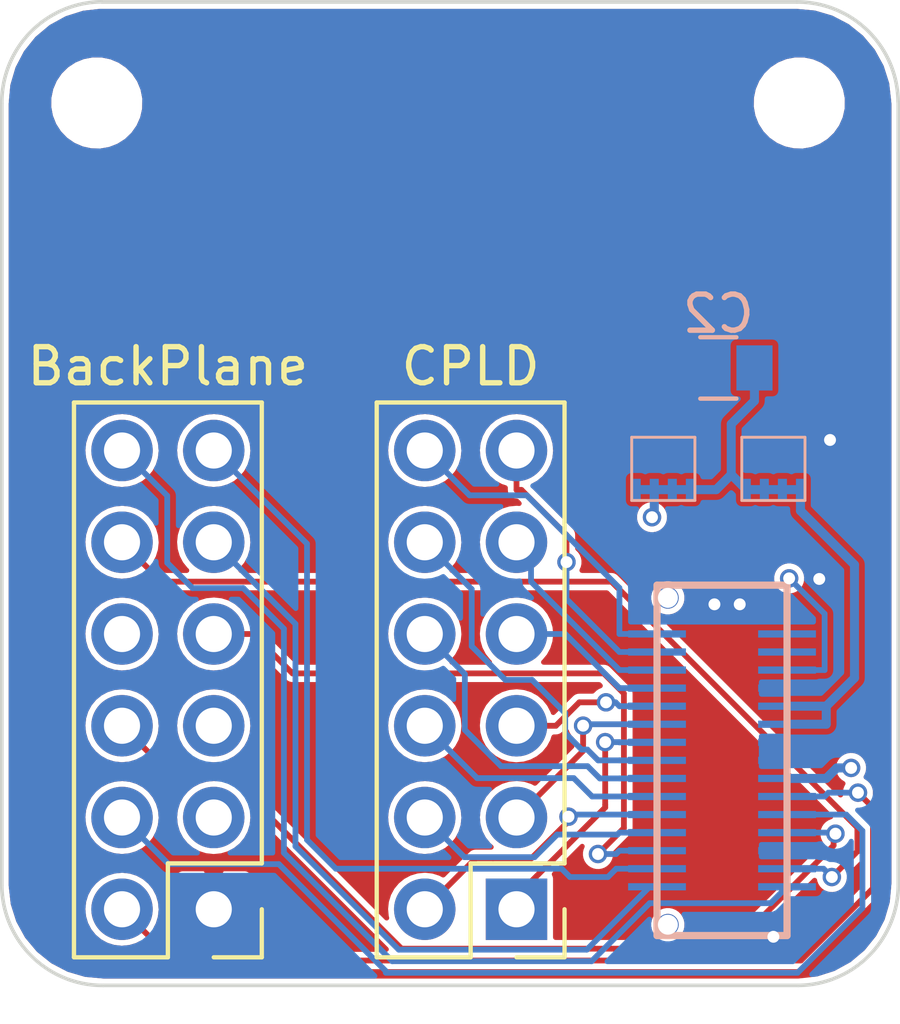
<source format=kicad_pcb>
(kicad_pcb (version 4) (host pcbnew 4.0.4-stable)
  (title_block (title "Compute PCB Template") (date 2017-06-17) (rev 1) (company "Manuvr, Inc"))
  (layers (0 F.Cu signal) (1 Inner1.Cu signal hide) (2 Inner2.Cu signal hide) (31 B.Cu signal hide) (34 B.Paste user) (35 F.Paste user) (36 B.SilkS user) (37 F.SilkS user) (38 B.Mask user) (39 F.Mask user) (44 Edge.Cuts user))
  (net 0 "")
  (net 1 /VCCUSB)
  (net 2 GND)
  (net 3 /VCC0)
  (net 4 /USB_D-)
  (net 5 /USB_D+)
  (net 6 /SPI2_MOSI)
  (net 7 /I2C_SCL)
  (net 8 /SPI2_CS)
  (net 9 /I2C_SDA)
  (net 10 /SPI2_CLK)
  (net 11 /~CPLD_RESET)
  (net 12 /IRQ_WAKEUP)
  (net 13 /SPI1_MISO)
  (net 14 /SPI1_MOSI)
  (net 15 /SPI1_CLK)
  (net 16 /CPLD_OE)
  (net 17 /CPLD_EXT_CLK)
  (net 18 /~REQ)
  (net 19 /ALERT)
  (net 20 /~LED_INT)
  (net 21 /~SHUTDOWN)
  (net 22 /~LED_RESET)
  (net 23 /ISEL)
  (net 24 /SPI1_CS)
  (module Mounting_Holes:MountingHole_2.2mm_M2_DIN965 (layer F.Cu) (at 40.55 22.77)
    (fp_text reference mh1 hide)
    (fp_text value MountingHole_2.2mm_M2_DIN965 hide)
    (pad "" np_thru_hole circle (at 0 0) (size 2.2 2.2) (drill 2.2) (layers *.Cu *.Mask))
  )
  (module r2Parts:CapArray_CKCL44 (layer B.Cu) (at 36.784 32.9 180)
    (fp_text reference CARY1 hide)
    (fp_text value 100nF hide)
    (fp_line (start -0.875 0.875) (end -0.875 -0.875) (layer B.SilkS) (width 0.08))
    (fp_line (start -0.875 0.875) (end 0.875 0.875) (layer B.SilkS) (width 0.08))
    (fp_line (start 0.875 -0.875) (end -0.875 -0.875) (layer B.SilkS) (width 0.08))
    (fp_line (start 0.875 0.875) (end 0.875 -0.875) (layer B.SilkS) (width 0.08))
    (pad 1 smd rect (at -0.75 -0.575 180) (size 0.25 0.6) (layers B.Cu B.Paste B.Mask) (net 3 /VCC0))
    (pad 2 smd rect (at -0.75 0.575 180) (size 0.25 0.6) (layers B.Cu B.Paste B.Mask) (net 2 GND))
    (pad 3 smd rect (at -0.25 -0.575 180) (size 0.25 0.6) (layers B.Cu B.Paste B.Mask) (net 3 /VCC0))
    (pad 4 smd rect (at -0.25 0.575 180) (size 0.25 0.6) (layers B.Cu B.Paste B.Mask) (net 2 GND))
    (pad 5 smd rect (at 0.25 -0.575 180) (size 0.25 0.6) (layers B.Cu B.Paste B.Mask) (net 3 /VCC0))
    (pad 6 smd rect (at 0.25 0.575 180) (size 0.25 0.6) (layers B.Cu B.Paste B.Mask) (net 2 GND))
    (pad 7 smd rect (at 0.75 -0.575 180) (size 0.25 0.6) (layers B.Cu B.Paste B.Mask) (net 3 /VCC0))
    (pad 8 smd rect (at 0.75 0.575 180) (size 0.25 0.6) (layers B.Cu B.Paste B.Mask) (net 2 GND))
  )
  (module r2Parts:CapArray_CKCL44 (layer B.Cu) (at 39.832 32.9 180)
    (fp_text reference CARY2 hide)
    (fp_text value 100nF hide)
    (fp_line (start -0.875 0.875) (end -0.875 -0.875) (layer B.SilkS) (width 0.08))
    (fp_line (start -0.875 0.875) (end 0.875 0.875) (layer B.SilkS) (width 0.08))
    (fp_line (start 0.875 -0.875) (end -0.875 -0.875) (layer B.SilkS) (width 0.08))
    (fp_line (start 0.875 0.875) (end 0.875 -0.875) (layer B.SilkS) (width 0.08))
    (pad 1 smd rect (at -0.75 -0.575 180) (size 0.25 0.6) (layers B.Cu B.Paste B.Mask) (net 3 /VCC0))
    (pad 2 smd rect (at -0.75 0.575 180) (size 0.25 0.6) (layers B.Cu B.Paste B.Mask) (net 2 GND))
    (pad 3 smd rect (at -0.25 -0.575 180) (size 0.25 0.6) (layers B.Cu B.Paste B.Mask) (net 3 /VCC0))
    (pad 4 smd rect (at -0.25 0.575 180) (size 0.25 0.6) (layers B.Cu B.Paste B.Mask) (net 2 GND))
    (pad 5 smd rect (at 0.25 -0.575 180) (size 0.25 0.6) (layers B.Cu B.Paste B.Mask) (net 3 /VCC0))
    (pad 6 smd rect (at 0.25 0.575 180) (size 0.25 0.6) (layers B.Cu B.Paste B.Mask) (net 2 GND))
    (pad 7 smd rect (at 0.75 -0.575 180) (size 0.25 0.6) (layers B.Cu B.Paste B.Mask) (net 3 /VCC0))
    (pad 8 smd rect (at 0.75 0.575 180) (size 0.25 0.6) (layers B.Cu B.Paste B.Mask) (net 2 GND))
  )
  (module Mounting_Holes:MountingHole_2.2mm_M2_DIN965 (layer F.Cu) (at 21.1 22.77)
    (fp_text reference mh0 hide)
    (fp_text value MountingHole_2.2mm_M2_DIN965 hide)
    (pad "" np_thru_hole circle (at 0 0) (size 2.2 2.2) (drill 2.2) (layers *.Cu *.Mask))
  )
  (module manuvr_logo:ManuvrLogo (layer F.Cu) (at 35.05 23.5 125)
    (fp_text reference P4 hide)
    (fp_text value CONN_01X01 hide)
    (fp_poly (pts (xy 2.51714 1.10998) (xy 2.51714 1.26492) (xy 2.5019 1.41986) (xy 2.47396 1.57226) (xy 2.43332 1.72212) (xy 2.38252 1.86436) (xy 2.3241 1.99136) (xy 2.25298 2.11582) (xy 2.17678 2.23266) (xy 2.08788 2.34442) (xy 2.00914 2.42824) (xy 1.94564 2.4892) (xy 1.94564 1.13792) (xy 1.93802 1.01854) (xy 1.92278 0.9271) (xy 1.88722 0.79756) (xy 1.8415 0.67818) (xy 1.78562 0.56134) (xy 1.71704 0.45466) (xy 1.6383 0.35306) (xy 1.5494 0.26416) (xy 1.45034 0.18034) (xy 1.34366 0.10922) (xy 1.22936 0.0508) (xy 1.10998 0.00254) (xy 1.10236 0) (xy 1.04394 -0.01778) (xy 0.99568 -0.03048) (xy 0.94742 -0.04318) (xy 0.9017 -0.04826) (xy 0.85344 -0.05334) (xy 0.8001 -0.05588) (xy 0.7366 -0.05842) (xy 0.70866 -0.05842) (xy 0.64008 -0.05842) (xy 0.58166 -0.05588) (xy 0.53086 -0.0508) (xy 0.48514 -0.04572) (xy 0.43942 -0.03556) (xy 0.39116 -0.02286) (xy 0.33782 -0.00508) (xy 0.31496 0) (xy 0.19304 0.04826) (xy 0.0762 0.10668) (xy -0.02794 0.1778) (xy -0.12446 0.25654) (xy -0.21336 0.34798) (xy -0.29464 0.44704) (xy -0.36322 0.55372) (xy -0.4191 0.66802) (xy -0.46736 0.7874) (xy -0.50038 0.9144) (xy -0.5207 1.03886) (xy -0.52578 1.09474) (xy -0.52832 1.16078) (xy -0.52578 1.2319) (xy -0.5207 1.30048) (xy -0.51308 1.36398) (xy -0.508 1.40462) (xy -0.47498 1.53416) (xy -0.42926 1.65608) (xy -0.37338 1.77292) (xy -0.3048 1.88214) (xy -0.22606 1.9812) (xy -0.13716 2.07518) (xy -0.04064 2.15646) (xy 0.0635 2.23012) (xy 0.1778 2.29108) (xy 0.29972 2.34188) (xy 0.32004 2.34696) (xy 0.4445 2.38252) (xy 0.5715 2.40284) (xy 0.70104 2.41046) (xy 0.83312 2.40284) (xy 0.9271 2.39014) (xy 1.05156 2.3622) (xy 1.17348 2.32156) (xy 1.28778 2.26568) (xy 1.397 2.20218) (xy 1.4986 2.12598) (xy 1.59258 2.03962) (xy 1.6764 1.9431) (xy 1.75006 1.83896) (xy 1.8161 1.7272) (xy 1.8669 1.6129) (xy 1.90246 1.50114) (xy 1.92786 1.3843) (xy 1.9431 1.26238) (xy 1.94564 1.13792) (xy 1.94564 2.4892) (xy 1.8923 2.54) (xy 1.76784 2.63906) (xy 1.63576 2.72542) (xy 1.49606 2.80162) (xy 1.34874 2.86512) (xy 1.19634 2.91592) (xy 1.18364 2.91846) (xy 1.08712 2.94132) (xy 0.98552 2.9591) (xy 0.87884 2.9718) (xy 0.7747 2.97942) (xy 0.6731 2.98196) (xy 0.58928 2.97942) (xy 0.42418 2.9591) (xy 0.26416 2.92608) (xy 0.11176 2.88036) (xy -0.03302 2.82194) (xy -0.17526 2.75082) (xy -0.30734 2.667) (xy -0.43688 2.57302) (xy -0.45466 2.55778) (xy -0.5715 2.4511) (xy -0.67818 2.33426) (xy -0.77216 2.2098) (xy -0.85598 2.07772) (xy -0.92964 1.93802) (xy -0.9906 1.79324) (xy -1.03632 1.64338) (xy -1.07188 1.49098) (xy -1.0922 1.33604) (xy -1.09728 1.24206) (xy -1.09982 1.14046) (xy -1.09474 1.03378) (xy -1.08458 0.93218) (xy -1.06934 0.83566) (xy -1.05918 0.7874) (xy -1.01854 0.63246) (xy -0.9652 0.48514) (xy -0.9017 0.34544) (xy -0.8255 0.21082) (xy -0.7366 0.08382) (xy -0.64008 -0.03048) (xy -0.5334 -0.14224) (xy -0.4191 -0.2413) (xy -0.29464 -0.33274) (xy -0.1651 -0.41148) (xy -0.02794 -0.48006) (xy 0.1143 -0.53594) (xy 0.26416 -0.58166) (xy 0.35052 -0.60198) (xy 0.42672 -0.61468) (xy 0.49276 -0.62484) (xy 0.5588 -0.62992) (xy 0.62738 -0.635) (xy 0.70358 -0.635) (xy 0.7112 -0.635) (xy 0.86614 -0.62992) (xy 1.016 -0.61214) (xy 1.16078 -0.57912) (xy 1.30556 -0.53594) (xy 1.4478 -0.48006) (xy 1.53416 -0.43688) (xy 1.67132 -0.36068) (xy 1.79832 -0.27178) (xy 1.9177 -0.17272) (xy 2.02946 -0.06604) (xy 2.12852 0.0508) (xy 2.21996 0.17526) (xy 2.2987 0.30734) (xy 2.36728 0.4445) (xy 2.42316 0.58928) (xy 2.46634 0.7366) (xy 2.49936 0.889) (xy 2.50698 0.95504) (xy 2.51714 1.10998) (xy 2.51714 1.10998)) (layer F.Cu) (width 0.00254))
    (fp_poly (pts (xy -1.45288 0.77978) (xy -1.46304 0.83566) (xy -1.47574 0.92456) (xy -1.48336 1.02362) (xy -1.4859 1.12776) (xy -1.4859 1.2319) (xy -1.48082 1.33604) (xy -1.4732 1.43256) (xy -1.46558 1.48336) (xy -1.4605 1.51892) (xy -1.45796 1.5494) (xy -1.45542 1.56972) (xy -1.45288 1.58242) (xy -1.45288 1.58242) (xy -1.45796 1.57988) (xy -1.4732 1.56464) (xy -1.49606 1.54178) (xy -1.52908 1.5113) (xy -1.56972 1.47066) (xy -1.61544 1.42494) (xy -1.66878 1.3716) (xy -1.7272 1.31318) (xy -1.79324 1.24714) (xy -1.86436 1.17856) (xy -1.93802 1.10236) (xy -2.01676 1.02616) (xy -2.09804 0.94234) (xy -2.18186 0.85852) (xy -2.19456 0.84582) (xy -2.29362 0.74676) (xy -2.38506 0.65532) (xy -2.46634 0.57404) (xy -2.54 0.50038) (xy -2.60604 0.43434) (xy -2.66446 0.37592) (xy -2.71526 0.32512) (xy -2.75844 0.2794) (xy -2.79654 0.2413) (xy -2.82956 0.20574) (xy -2.8575 0.1778) (xy -2.88036 0.15494) (xy -2.89814 0.13462) (xy -2.91338 0.11684) (xy -2.92354 0.10414) (xy -2.9337 0.09144) (xy -2.94132 0.08382) (xy -2.9464 0.0762) (xy -2.94894 0.06858) (xy -2.95148 0.0635) (xy -2.96164 0.0381) (xy -2.96926 0.01778) (xy -2.9718 -0.00254) (xy -2.9718 -0.03302) (xy -2.9718 -0.04826) (xy -2.96926 -0.1016) (xy -2.9591 -0.14732) (xy -2.94132 -0.18796) (xy -2.91338 -0.22606) (xy -2.90068 -0.23876) (xy -2.86004 -0.27686) (xy -2.8194 -0.3048) (xy -2.77368 -0.32258) (xy -2.76098 -0.32766) (xy -2.69748 -0.33528) (xy -2.63652 -0.33274) (xy -2.5781 -0.31242) (xy -2.54762 -0.29972) (xy -2.53746 -0.2921) (xy -2.52222 -0.27686) (xy -2.49682 -0.25654) (xy -2.46634 -0.22606) (xy -2.42824 -0.1905) (xy -2.37998 -0.14478) (xy -2.3241 -0.0889) (xy -2.2606 -0.0254) (xy -2.18694 0.04318) (xy -2.10566 0.12446) (xy -2.01422 0.2159) (xy -1.98374 0.24892) (xy -1.45288 0.77978) (xy -1.45288 0.77978)) (layer F.Cu) (width 0.00254))
    (fp_poly (pts (xy -0.53594 -0.63754) (xy -0.58928 -0.59944) (xy -0.69342 -0.51816) (xy -0.79502 -0.42672) (xy -0.89662 -0.32766) (xy -0.9906 -0.21844) (xy -1.05918 -0.12954) (xy -1.10744 -0.06858) (xy -1.1049 -1.42494) (xy -1.10236 -2.7813) (xy -1.0795 -2.82956) (xy -1.04648 -2.8829) (xy -1.0033 -2.92862) (xy -0.94996 -2.96418) (xy -0.9398 -2.9718) (xy -0.9144 -2.98196) (xy -0.89662 -2.98958) (xy -0.8763 -2.99212) (xy -0.8509 -2.99466) (xy -0.82042 -2.99466) (xy -0.7874 -2.99466) (xy -0.76454 -2.99212) (xy -0.74422 -2.98704) (xy -0.7239 -2.98196) (xy -0.70104 -2.96926) (xy -0.69596 -2.96672) (xy -0.64008 -2.9337) (xy -0.5969 -2.88798) (xy -0.56134 -2.83464) (xy -0.5588 -2.82956) (xy -0.53848 -2.78892) (xy -0.53594 -1.7145) (xy -0.53594 -0.63754) (xy -0.53594 -0.63754)) (layer F.Cu) (width 0.00254))
    (fp_poly (pts (xy 2.50952 -1.4351) (xy 2.50952 -1.27762) (xy 2.50952 -1.18364) (xy 2.50698 -0.09398) (xy 2.4765 -0.13462) (xy 2.40284 -0.2286) (xy 2.31902 -0.32258) (xy 2.22758 -0.41402) (xy 2.1336 -0.50038) (xy 2.03962 -0.57658) (xy 1.96596 -0.63246) (xy 1.93294 -0.65532) (xy 1.93294 -1.47066) (xy 1.93294 -1.6002) (xy 1.93294 -1.7145) (xy 1.93294 -1.8161) (xy 1.93294 -1.90754) (xy 1.93294 -1.98628) (xy 1.93294 -2.05486) (xy 1.93294 -2.11582) (xy 1.93548 -2.16662) (xy 1.93548 -2.2098) (xy 1.93548 -2.2479) (xy 1.93802 -2.27838) (xy 1.94056 -2.30378) (xy 1.9431 -2.3241) (xy 1.94564 -2.34188) (xy 1.94818 -2.35458) (xy 1.95326 -2.36728) (xy 1.9558 -2.37744) (xy 1.96088 -2.3876) (xy 1.9685 -2.39776) (xy 1.97358 -2.40538) (xy 2.00406 -2.45364) (xy 2.04724 -2.49174) (xy 2.09804 -2.52222) (xy 2.15392 -2.54254) (xy 2.2098 -2.55016) (xy 2.26314 -2.54762) (xy 2.32664 -2.52984) (xy 2.37998 -2.49936) (xy 2.42824 -2.46126) (xy 2.46634 -2.413) (xy 2.49174 -2.35712) (xy 2.50444 -2.31394) (xy 2.50444 -2.30124) (xy 2.50444 -2.2733) (xy 2.50698 -2.23266) (xy 2.50698 -2.17932) (xy 2.50698 -2.11074) (xy 2.50952 -2.02946) (xy 2.50952 -1.93548) (xy 2.50952 -1.8288) (xy 2.50952 -1.70942) (xy 2.50952 -1.57734) (xy 2.50952 -1.4351) (xy 2.50952 -1.4351)) (layer F.Cu) (width 0.00254))
    (fp_poly (pts (xy 1.5494 -1.41986) (xy 1.5494 -1.3208) (xy 1.5494 -1.2319) (xy 1.5494 -1.14808) (xy 1.5494 -1.07442) (xy 1.5494 -1.01092) (xy 1.54686 -0.95758) (xy 1.54686 -0.9144) (xy 1.54686 -0.88392) (xy 1.54686 -0.86614) (xy 1.54686 -0.86106) (xy 1.5367 -0.8636) (xy 1.52908 -0.86614) (xy 1.51892 -0.87122) (xy 1.4986 -0.87884) (xy 1.46812 -0.889) (xy 1.4351 -0.9017) (xy 1.42494 -0.90424) (xy 1.33858 -0.93218) (xy 1.24714 -0.95758) (xy 1.15316 -0.98044) (xy 1.0668 -0.99568) (xy 1.05156 -0.99822) (xy 0.97282 -1.01092) (xy 0.97536 -1.93802) (xy 0.97536 -2.86766) (xy 0.99314 -2.90576) (xy 1.02362 -2.96418) (xy 1.06172 -3.01244) (xy 1.10998 -3.048) (xy 1.16586 -3.0734) (xy 1.22682 -3.08864) (xy 1.26238 -3.09118) (xy 1.32588 -3.08356) (xy 1.3843 -3.06324) (xy 1.4351 -3.03276) (xy 1.48082 -2.99212) (xy 1.51638 -2.93878) (xy 1.53162 -2.9083) (xy 1.54686 -2.86766) (xy 1.5494 -1.86436) (xy 1.5494 -1.74498) (xy 1.5494 -1.63068) (xy 1.5494 -1.52146) (xy 1.5494 -1.41986) (xy 1.5494 -1.41986)) (layer F.Cu) (width 0.00254))
    (fp_poly (pts (xy 0.56388 -1.02362) (xy 0.52324 -1.01854) (xy 0.4064 -1.0033) (xy 0.29972 -0.98552) (xy 0.20066 -0.9652) (xy 0.10414 -0.9398) (xy 0.1016 -0.9398) (xy 0.06604 -0.92964) (xy 0.0381 -0.91948) (xy 0.0127 -0.9144) (xy 0 -0.91186) (xy -0.0127 -0.90678) (xy -0.0127 -1.99136) (xy -0.0127 -2.15138) (xy -0.0127 -2.2987) (xy -0.0127 -2.43586) (xy -0.0127 -2.56032) (xy -0.0127 -2.67462) (xy -0.01016 -2.77368) (xy -0.01016 -2.86258) (xy -0.01016 -2.93878) (xy -0.01016 -2.99974) (xy -0.00762 -3.048) (xy -0.00762 -3.08356) (xy -0.00762 -3.10388) (xy -0.00508 -3.1115) (xy 0.01016 -3.16992) (xy 0.0381 -3.22072) (xy 0.0762 -3.26644) (xy 0.12192 -3.302) (xy 0.17526 -3.32994) (xy 0.23114 -3.34518) (xy 0.28956 -3.34772) (xy 0.32258 -3.34264) (xy 0.38354 -3.32486) (xy 0.43942 -3.29438) (xy 0.48514 -3.25374) (xy 0.52324 -3.20294) (xy 0.53848 -3.175) (xy 0.5588 -3.12674) (xy 0.56134 -2.07518) (xy 0.56388 -1.02362) (xy 0.56388 -1.02362)) (layer F.Cu) (width 0.00254))
    (fp_poly (pts (xy 1.54432 1.17094) (xy 1.5367 1.27762) (xy 1.51892 1.38176) (xy 1.4859 1.47828) (xy 1.44272 1.57226) (xy 1.38938 1.65608) (xy 1.32588 1.73482) (xy 1.25222 1.80594) (xy 1.17348 1.8669) (xy 1.08458 1.9177) (xy 0.9906 1.95834) (xy 0.889 1.98628) (xy 0.78232 2.00152) (xy 0.73914 2.00406) (xy 0.70612 2.0066) (xy 0.6731 2.0066) (xy 0.6477 2.0066) (xy 0.63754 2.00406) (xy 0.52832 1.98628) (xy 0.42672 1.9558) (xy 0.3302 1.91516) (xy 0.2413 1.86436) (xy 0.16002 1.80086) (xy 0.0889 1.73228) (xy 0.0254 1.65354) (xy -0.0254 1.56718) (xy -0.06858 1.47574) (xy -0.09906 1.37668) (xy -0.11938 1.27508) (xy -0.12446 1.1684) (xy -0.12446 1.12776) (xy -0.11176 1.02108) (xy -0.08636 0.91948) (xy -0.04826 0.82042) (xy 0 0.72898) (xy 0.05842 0.64516) (xy 0.12954 0.56896) (xy 0.21082 0.50292) (xy 0.29718 0.4445) (xy 0.39624 0.39878) (xy 0.45212 0.37592) (xy 0.51054 0.36068) (xy 0.56388 0.34798) (xy 0.61976 0.34036) (xy 0.68072 0.33782) (xy 0.74676 0.34036) (xy 0.8255 0.34544) (xy 0.89916 0.35814) (xy 0.96774 0.37592) (xy 1.03632 0.40386) (xy 1.06172 0.41402) (xy 1.15824 0.46736) (xy 1.2446 0.53086) (xy 1.3208 0.60452) (xy 1.38684 0.68326) (xy 1.44272 0.77216) (xy 1.48844 0.86614) (xy 1.51892 0.9652) (xy 1.53924 1.06934) (xy 1.54432 1.17094) (xy 1.54432 1.17094)) (layer F.Cu) (width 0.00254))
  )
  (module "r2Parts:DF12(4.0)-30DS-0.5V(86)" (layer B.Cu) (at 38.41 40.97)
    (fp_text reference P1 hide)
    (fp_text value HiRose-02X15 hide)
    (fp_line (start -1.8 4.85) (end 1.8 4.85) (layer B.SilkS) (width 0.2))
    (fp_line (start 1.8 -4.85) (end 1.8 4.85) (layer B.SilkS) (width 0.2))
    (fp_line (start 1.8 -4.85) (end -1.8 -4.85) (layer B.SilkS) (width 0.2))
    (fp_line (start -1.8 4.85) (end -1.8 -4.85) (layer B.SilkS) (width 0.2))
    (pad "" np_thru_hole circle (at -1.5 -4.5) (size 0.6 0.6) (drill 0.55) (layers *.Cu))
    (pad "" np_thru_hole circle (at -1.5 4.55) (size 0.6 0.6) (drill 0.55) (layers *.Cu))
    (pad N0 smd rect (at 0 5.2) (size 1.8 0.8) (layers B.Cu B.Paste B.Mask) (net 2 GND))
    (pad N1 smd rect (at 0 -5.25) (size 1.8 0.8) (layers B.Cu B.Paste B.Mask) (net 2 GND))
    (pad 1 smd rect (at -1.8 3.5) (size 1.6 0.2) (layers B.Cu B.Paste B.Mask) (net 19 /ALERT))
    (pad 2 smd rect (at -1.8 3) (size 1.6 0.2) (layers B.Cu B.Paste B.Mask) (net 22 /~LED_RESET))
    (pad 3 smd rect (at -1.8 2.5) (size 1.6 0.2) (layers B.Cu B.Paste B.Mask) (net 20 /~LED_INT))
    (pad 4 smd rect (at -1.8 2) (size 1.6 0.2) (layers B.Cu B.Paste B.Mask) (net 18 /~REQ))
    (pad 5 smd rect (at -1.8 1.5) (size 1.6 0.2) (layers B.Cu B.Paste B.Mask) (net 24 /SPI1_CS))
    (pad 6 smd rect (at -1.8 1) (size 1.6 0.2) (layers B.Cu B.Paste B.Mask) (net 17 /CPLD_EXT_CLK))
    (pad 7 smd rect (at -1.8 0.5) (size 1.6 0.2) (layers B.Cu B.Paste B.Mask) (net 16 /CPLD_OE))
    (pad 8 smd rect (at -1.8 0) (size 1.6 0.2) (layers B.Cu B.Paste B.Mask) (net 11 /~CPLD_RESET))
    (pad 9 smd rect (at -1.8 -0.5) (size 1.6 0.2) (layers B.Cu B.Paste B.Mask) (net 10 /SPI2_CLK))
    (pad 10 smd rect (at -1.8 -1) (size 1.6 0.2) (layers B.Cu B.Paste B.Mask) (net 8 /SPI2_CS))
    (pad 11 smd rect (at -1.8 -1.5) (size 1.6 0.2) (layers B.Cu B.Paste B.Mask) (net 6 /SPI2_MOSI))
    (pad 12 smd rect (at -1.8 -2) (size 1.6 0.2) (layers B.Cu B.Paste B.Mask) (net 15 /SPI1_CLK))
    (pad 13 smd rect (at -1.8 -2.5) (size 1.6 0.2) (layers B.Cu B.Paste B.Mask) (net 14 /SPI1_MOSI))
    (pad 14 smd rect (at -1.8 -3) (size 1.6 0.2) (layers B.Cu B.Paste B.Mask) (net 13 /SPI1_MISO))
    (pad 15 smd rect (at -1.8 -3.5) (size 1.6 0.2) (layers B.Cu B.Paste B.Mask) (net 12 /IRQ_WAKEUP))
    (pad 16 smd rect (at 1.8 -3.5 180) (size 1.6 0.2) (layers B.Cu B.Paste B.Mask))
    (pad 17 smd rect (at 1.8 -3 180) (size 1.6 0.2) (layers B.Cu B.Paste B.Mask))
    (pad 18 smd rect (at 1.8 -2.5 180) (size 1.6 0.2) (layers B.Cu B.Paste B.Mask) (net 21 /~SHUTDOWN))
    (pad 19 smd rect (at 1.8 -2 180) (size 1.6 0.2) (layers B.Cu B.Paste B.Mask) (net 2 GND))
    (pad 20 smd rect (at 1.8 -1.5 180) (size 1.6 0.2) (layers B.Cu B.Paste B.Mask) (net 3 /VCC0))
    (pad 21 smd rect (at 1.8 -1) (size 1.6 0.2) (layers B.Cu B.Paste B.Mask) (net 3 /VCC0))
    (pad 22 smd rect (at 1.8 -0.5) (size 1.6 0.2) (layers B.Cu B.Paste B.Mask) (net 2 GND))
    (pad 23 smd rect (at 1.8 0) (size 1.6 0.2) (layers B.Cu B.Paste B.Mask) (net 2 GND))
    (pad 24 smd rect (at 1.8 0.5) (size 1.6 0.2) (layers B.Cu B.Paste B.Mask) (net 1 /VCCUSB))
    (pad 25 smd rect (at 1.8 1) (size 1.6 0.2) (layers B.Cu B.Paste B.Mask) (net 23 /ISEL))
    (pad 26 smd rect (at 1.8 1.5) (size 1.6 0.2) (layers B.Cu B.Paste B.Mask) (net 9 /I2C_SDA))
    (pad 27 smd rect (at 1.8 2) (size 1.6 0.2) (layers B.Cu B.Paste B.Mask) (net 7 /I2C_SCL))
    (pad 28 smd rect (at 1.8 2.5) (size 1.6 0.2) (layers B.Cu B.Paste B.Mask) (net 2 GND))
    (pad 29 smd rect (at 1.8 3) (size 1.6 0.2) (layers B.Cu B.Paste B.Mask) (net 5 /USB_D+))
    (pad 30 smd rect (at 1.8 3.5) (size 1.6 0.2) (layers B.Cu B.Paste B.Mask) (net 4 /USB_D-))
  )
  (module Capacitors_SMD:C_0805 (layer B.Cu) (at 38.308 30.106 180)
    (fp_text reference C2 (at 0 1.5 180) (layer B.SilkS) (effects (justify mirror)))
    (fp_text value IANS_CAP_POLARIZED hide)
    (fp_line (start 0.5 0.85) (end -0.5 0.85) (layer B.SilkS) (width 0.12))
    (fp_line (start -0.5 -0.85) (end 0.5 -0.85) (layer B.SilkS) (width 0.12))
    (pad 1 smd rect (at -1 0 180) (size 1 1.25) (layers B.Cu B.Paste B.Mask) (net 3 /VCC0))
    (pad 2 smd rect (at 1 0 180) (size 1 1.25) (layers B.Cu B.Paste B.Mask) (net 2 GND))
  )
  (module Pin_Headers:Pin_Header_Straight_2x06_Pitch2.54mm (layer F.Cu) (at 32.72 45.092 180)
    (fp_text reference P2 hide)
    (fp_text value CPLD (at 1.27 15.03 180) (layer F.SilkS))
    (fp_line (start -1.33 1.27) (end -1.33 14.03) (layer F.SilkS) (width 0.12))
    (fp_line (start -1.33 14.03) (end 3.87 14.03) (layer F.SilkS) (width 0.12))
    (fp_line (start 3.87 14.03) (end 3.87 -1.33) (layer F.SilkS) (width 0.12))
    (fp_line (start 3.87 -1.33) (end 1.27 -1.33) (layer F.SilkS) (width 0.12))
    (fp_line (start 1.27 -1.33) (end 1.27 1.27) (layer F.SilkS) (width 0.12))
    (fp_line (start 1.27 1.27) (end -1.33 1.27) (layer F.SilkS) (width 0.12))
    (fp_line (start -1.33 0) (end -1.33 -1.33) (layer F.SilkS) (width 0.12))
    (fp_line (start -1.33 -1.33) (end 0 -1.33) (layer F.SilkS) (width 0.12))
    (pad 1 thru_hole rect (at 0 0 180) (size 1.7 1.7) (drill 1) (layers *.Cu *.Mask) (net 10 /SPI2_CLK))
    (pad 2 thru_hole oval (at 2.54 0 180) (size 1.7 1.7) (drill 1) (layers *.Cu *.Mask) (net 24 /SPI1_CS))
    (pad 3 thru_hole oval (at 0 2.54 180) (size 1.7 1.7) (drill 1) (layers *.Cu *.Mask) (net 8 /SPI2_CS))
    (pad 4 thru_hole oval (at 2.54 2.54 180) (size 1.7 1.7) (drill 1) (layers *.Cu *.Mask) (net 18 /~REQ))
    (pad 5 thru_hole oval (at 0 5.08 180) (size 1.7 1.7) (drill 1) (layers *.Cu *.Mask) (net 6 /SPI2_MOSI))
    (pad 6 thru_hole oval (at 2.54 5.08 180) (size 1.7 1.7) (drill 1) (layers *.Cu *.Mask) (net 17 /CPLD_EXT_CLK))
    (pad 7 thru_hole oval (at 0 7.62 180) (size 1.7 1.7) (drill 1) (layers *.Cu *.Mask) (net 15 /SPI1_CLK))
    (pad 8 thru_hole oval (at 2.54 7.62 180) (size 1.7 1.7) (drill 1) (layers *.Cu *.Mask) (net 16 /CPLD_OE))
    (pad 9 thru_hole oval (at 0 10.16 180) (size 1.7 1.7) (drill 1) (layers *.Cu *.Mask) (net 14 /SPI1_MOSI))
    (pad 10 thru_hole oval (at 2.54 10.16 180) (size 1.7 1.7) (drill 1) (layers *.Cu *.Mask) (net 11 /~CPLD_RESET))
    (pad 11 thru_hole oval (at 0 12.7 180) (size 1.7 1.7) (drill 1) (layers *.Cu *.Mask) (net 13 /SPI1_MISO))
    (pad 12 thru_hole oval (at 2.54 12.7 180) (size 1.7 1.7) (drill 1) (layers *.Cu *.Mask) (net 12 /IRQ_WAKEUP))
  )
  (module Pin_Headers:Pin_Header_Straight_2x06_Pitch2.54mm (layer F.Cu) (at 24.338 45.092 180)
    (fp_text reference P3 hide)
    (fp_text value BackPlane (at 1.27 15.03 180) (layer F.SilkS))
    (fp_line (start -1.33 1.27) (end -1.33 14.03) (layer F.SilkS) (width 0.12))
    (fp_line (start -1.33 14.03) (end 3.87 14.03) (layer F.SilkS) (width 0.12))
    (fp_line (start 3.87 14.03) (end 3.87 -1.33) (layer F.SilkS) (width 0.12))
    (fp_line (start 3.87 -1.33) (end 1.27 -1.33) (layer F.SilkS) (width 0.12))
    (fp_line (start 1.27 -1.33) (end 1.27 1.27) (layer F.SilkS) (width 0.12))
    (fp_line (start 1.27 1.27) (end -1.33 1.27) (layer F.SilkS) (width 0.12))
    (fp_line (start -1.33 0) (end -1.33 -1.33) (layer F.SilkS) (width 0.12))
    (fp_line (start -1.33 -1.33) (end 0 -1.33) (layer F.SilkS) (width 0.12))
    (pad 1 thru_hole rect (at 0 0 180) (size 1.7 1.7) (drill 1) (layers *.Cu *.Mask) (net 2 GND))
    (pad 2 thru_hole oval (at 2.54 0 180) (size 1.7 1.7) (drill 1) (layers *.Cu *.Mask) (net 23 /ISEL))
    (pad 3 thru_hole oval (at 0 2.54 180) (size 1.7 1.7) (drill 1) (layers *.Cu *.Mask) (net 1 /VCCUSB))
    (pad 4 thru_hole oval (at 2.54 2.54 180) (size 1.7 1.7) (drill 1) (layers *.Cu *.Mask) (net 9 /I2C_SDA))
    (pad 5 thru_hole oval (at 0 5.08 180) (size 1.7 1.7) (drill 1) (layers *.Cu *.Mask) (net 3 /VCC0))
    (pad 6 thru_hole oval (at 2.54 5.08 180) (size 1.7 1.7) (drill 1) (layers *.Cu *.Mask) (net 7 /I2C_SCL))
    (pad 7 thru_hole oval (at 0 7.62 180) (size 1.7 1.7) (drill 1) (layers *.Cu *.Mask) (net 20 /~LED_INT))
    (pad 8 thru_hole oval (at 2.54 7.62 180) (size 1.7 1.7) (drill 1) (layers *.Cu *.Mask) (net 21 /~SHUTDOWN))
    (pad 9 thru_hole oval (at 0 10.16 180) (size 1.7 1.7) (drill 1) (layers *.Cu *.Mask) (net 19 /ALERT))
    (pad 10 thru_hole oval (at 2.54 10.16 180) (size 1.7 1.7) (drill 1) (layers *.Cu *.Mask) (net 5 /USB_D+))
    (pad 11 thru_hole oval (at 0 12.7 180) (size 1.7 1.7) (drill 1) (layers *.Cu *.Mask) (net 22 /~LED_RESET))
    (pad 12 thru_hole oval (at 2.54 12.7 180) (size 1.7 1.7) (drill 1) (layers *.Cu *.Mask) (net 4 /USB_D-))
  )
  (gr_line (start 18.47 22.78) (end 18.47 44.43) (angle 90) (layer Edge.Cuts) (width 0.1))
  (gr_line (start 43.29 44.38) (end 43.29 22.75) (angle 90) (layer Edge.Cuts) (width 0.1))
  (gr_arc (start 21.26 22.76) (end 18.47 22.78) (angle 90) (layer Edge.Cuts) (width 0.1))
  (gr_arc (start 40.495 22.765) (end 40.475 19.975) (angle 90) (layer Edge.Cuts) (width 0.1))
  (gr_line (start 21.24 19.975) (end 40.485 19.975) (angle 90) (layer Edge.Cuts) (width 0.1))
  (gr_arc (start 21.26 44.41) (end 21.28 47.2) (angle 90) (layer Edge.Cuts) (width 0.1))
  (gr_arc (start 40.5 44.41) (end 43.29 44.39) (angle 90) (layer Edge.Cuts) (width 0.1))
  (gr_line (start 40.52 47.2) (end 21.28 47.2) (angle 90) (layer Edge.Cuts) (width 0.1))
  (via (at 41.984 41.1794) (size 0.51) (layers F.Cu B.Cu) (net 1))
  (segment (start 40.21 41.47) (end 41.2953 41.47) (width 0.25) (layer B.Cu) (net 1))
  (segment (start 41.5859 41.1794) (end 41.2953 41.47) (width 0.25) (layer B.Cu) (net 1))
  (segment (start 41.984 41.1794) (end 41.5859 41.1794) (width 0.25) (layer B.Cu) (net 1))
  (segment (start 40.21 40.97) (end 40.21 40.47) (width 0.16) (layer B.Cu) (net 2))
  (segment (start 40.582 32.325) (end 41.175 32.325) (width 0.16) (layer B.Cu) (net 2))
  (via (at 41.4 32.1) (size 0.51) (drill 0.33) (layers F.Cu B.Cu) (net 2))
  (segment (start 41.175 32.325) (end 41.4 32.1) (width 0.16) (layer B.Cu) (net 2))
  (segment (start 38.41 35.72) (end 38.41 36.44) (width 0.16) (layer B.Cu) (net 2))
  (via (at 38.9 36.65) (size 0.51) (drill 0.33) (layers F.Cu B.Cu) (net 2))
  (segment (start 38.2 36.65) (end 38.9 36.65) (width 0.16) (layer F.Cu) (net 2))
  (via (at 38.2 36.65) (size 0.51) (drill 0.33) (layers F.Cu B.Cu) (net 2))
  (segment (start 38.41 36.44) (end 38.2 36.65) (width 0.16) (layer B.Cu) (net 2))
  (segment (start 40.21 40.47) (end 41.48 40.47) (width 0.16) (layer B.Cu) (net 2))
  (segment (start 42.442702 34.185702) (end 40.582 32.325) (width 0.16) (layer B.Cu) (net 2))
  (segment (start 42.442702 39.507298) (end 42.442702 34.185702) (width 0.16) (layer B.Cu) (net 2))
  (segment (start 41.48 40.47) (end 42.442702 39.507298) (width 0.16) (layer B.Cu) (net 2))
  (segment (start 40.21 43.47) (end 41.32 43.47) (width 0.16) (layer B.Cu) (net 2))
  (segment (start 39.516 46.17) (end 39.832 45.854) (width 0.16) (layer B.Cu) (net 2))
  (via (at 39.832 45.854) (size 0.51) (drill 0.33) (layers F.Cu B.Cu) (net 2))
  (segment (start 39.516 46.17) (end 38.41 46.17) (width 0.16) (layer B.Cu) (net 2))
  (segment (start 39.953274 45.975274) (end 39.832 45.854) (width 0.16) (layer B.Cu) (net 2))
  (segment (start 40.925274 45.975274) (end 39.953274 45.975274) (width 0.16) (layer B.Cu) (net 2))
  (segment (start 41.977598 44.92295) (end 40.925274 45.975274) (width 0.16) (layer B.Cu) (net 2))
  (segment (start 41.977598 43.95) (end 41.977598 44.92295) (width 0.16) (layer B.Cu) (net 2))
  (segment (start 41.577598 43.55) (end 41.977598 43.95) (width 0.16) (layer B.Cu) (net 2))
  (segment (start 41.4 43.55) (end 41.577598 43.55) (width 0.16) (layer B.Cu) (net 2))
  (segment (start 41.32 43.47) (end 41.4 43.55) (width 0.16) (layer B.Cu) (net 2))
  (segment (start 40.21 38.97) (end 41.27911 38.97) (width 0.16) (layer B.Cu) (net 2))
  (via (at 41.102 35.948) (size 0.51) (drill 0.33) (layers F.Cu B.Cu) (net 2))
  (segment (start 41.102 36.202) (end 41.102 35.948) (width 0.16) (layer B.Cu) (net 2))
  (segment (start 41.61 36.71) (end 41.102 36.202) (width 0.16) (layer B.Cu) (net 2))
  (segment (start 41.61 38.63911) (end 41.61 36.71) (width 0.16) (layer B.Cu) (net 2))
  (segment (start 41.27911 38.97) (end 41.61 38.63911) (width 0.16) (layer B.Cu) (net 2))
  (segment (start 36.4715 34.2382) (end 36.534 34.1757) (width 0.25) (layer B.Cu) (net 3))
  (segment (start 36.534 33.475) (end 36.534 34.1757) (width 0.25) (layer B.Cu) (net 3))
  (via (at 36.4715 34.2382) (size 0.51) (layers F.Cu B.Cu) (net 3))
  (segment (start 37.034 33.475) (end 36.534 33.475) (width 0.25) (layer B.Cu) (net 3))
  (segment (start 36.034 33.475) (end 36.534 33.475) (width 0.25) (layer B.Cu) (net 3))
  (segment (start 39.582 33.475) (end 40.082 33.475) (width 0.25) (layer B.Cu) (net 3))
  (segment (start 41.2953 39.47) (end 41.2953 39.97) (width 0.25) (layer B.Cu) (net 3))
  (segment (start 40.21 39.47) (end 41.2953 39.47) (width 0.25) (layer B.Cu) (net 3))
  (segment (start 40.21 39.97) (end 41.2953 39.97) (width 0.25) (layer B.Cu) (net 3))
  (segment (start 39.582 33.475) (end 39.082 33.475) (width 0.25) (layer B.Cu) (net 3))
  (segment (start 39.308 30.106) (end 39.308 31.0163) (width 0.25) (layer B.Cu) (net 3))
  (segment (start 37.034 33.475) (end 37.534 33.475) (width 0.25) (layer B.Cu) (net 3))
  (segment (start 38.2484 33.475) (end 38.6652 33.0582) (width 0.25) (layer B.Cu) (net 3))
  (segment (start 37.534 33.475) (end 38.2484 33.475) (width 0.25) (layer B.Cu) (net 3))
  (segment (start 39.082 33.475) (end 38.6652 33.0582) (width 0.25) (layer B.Cu) (net 3))
  (segment (start 38.6652 31.6591) (end 39.308 31.0163) (width 0.25) (layer B.Cu) (net 3))
  (segment (start 38.6652 33.0582) (end 38.6652 31.6591) (width 0.25) (layer B.Cu) (net 3))
  (segment (start 40.082 33.475) (end 40.582 33.475) (width 0.25) (layer B.Cu) (net 3))
  (segment (start 42.0777 38.6876) (end 41.2953 39.47) (width 0.25) (layer B.Cu) (net 3))
  (segment (start 42.0777 35.556) (end 42.0777 38.6876) (width 0.25) (layer B.Cu) (net 3))
  (segment (start 40.582 34.0603) (end 42.0777 35.556) (width 0.25) (layer B.Cu) (net 3))
  (segment (start 40.582 33.475) (end 40.582 34.0603) (width 0.25) (layer B.Cu) (net 3))
  (segment (start 26.279998 39.829998) (end 26.279998 37.32655) (width 0.16) (layer B.Cu) (net 4))
  (segment (start 23.05 33.644) (end 21.798 32.392) (width 0.16) (layer B.Cu) (net 4))
  (segment (start 23.05 35.5) (end 23.05 33.644) (width 0.16) (layer B.Cu) (net 4))
  (segment (start 23.75 36.2) (end 23.05 35.5) (width 0.16) (layer B.Cu) (net 4))
  (segment (start 25.153448 36.2) (end 23.75 36.2) (width 0.16) (layer B.Cu) (net 4))
  (segment (start 26.279998 37.32655) (end 25.153448 36.2) (width 0.16) (layer B.Cu) (net 4))
  (segment (start 21.798 32.392) (end 21.842 32.392) (width 0.16) (layer B.Cu) (net 4))
  (segment (start 26.279998 43.529998) (end 29.2801 46.5301) (width 0.16) (layer B.Cu) (net 4))
  (segment (start 26.279998 39.829998) (end 26.279998 43.529998) (width 0.16) (layer B.Cu) (net 4))
  (segment (start 34.7995 46.5301) (end 29.2801 46.5301) (width 0.16) (layer B.Cu) (net 4))
  (segment (start 36.4064 44.9232) (end 34.7995 46.5301) (width 0.16) (layer B.Cu) (net 4))
  (segment (start 39.7568 44.9232) (end 36.4064 44.9232) (width 0.16) (layer B.Cu) (net 4))
  (segment (start 40.21 44.47) (end 39.7568 44.9232) (width 0.16) (layer B.Cu) (net 4))
  (segment (start 23.85 36.0223) (end 22.8883 36.0223) (width 0.16) (layer F.Cu) (net 5))
  (segment (start 22.8883 36.0223) (end 21.798 34.932) (width 0.16) (layer F.Cu) (net 5))
  (segment (start 42.1578 42.8318) (end 42.1578 43.4922) (width 0.16) (layer F.Cu) (net 5))
  (segment (start 42.1578 42.8318) (end 35.3483 36.0223) (width 0.16) (layer F.Cu) (net 5))
  (segment (start 35.3483 36.0223) (end 23.85 36.0223) (width 0.16) (layer F.Cu) (net 5))
  (segment (start 41.22 43.97) (end 41.45 44.2) (width 0.16) (layer B.Cu) (net 5))
  (via (at 41.45 44.2) (size 0.51) (drill 0.33) (layers F.Cu B.Cu) (net 5))
  (segment (start 41.22 43.97) (end 40.21 43.97) (width 0.16) (layer B.Cu) (net 5))
  (segment (start 42.1578 43.4922) (end 41.45 44.2) (width 0.16) (layer F.Cu) (net 5))
  (via (at 35.198 39.3636) (size 0.51) (layers F.Cu B.Cu) (net 6))
  (segment (start 34.4587 39.3636) (end 35.198 39.3636) (width 0.16) (layer F.Cu) (net 6))
  (segment (start 33.8103 40.012) (end 34.4587 39.3636) (width 0.16) (layer F.Cu) (net 6))
  (segment (start 35.4633 39.3636) (end 35.5697 39.47) (width 0.16) (layer B.Cu) (net 6))
  (segment (start 35.198 39.3636) (end 35.4633 39.3636) (width 0.16) (layer B.Cu) (net 6))
  (segment (start 32.72 40.012) (end 33.8103 40.012) (width 0.16) (layer F.Cu) (net 6))
  (segment (start 36.61 39.47) (end 35.5697 39.47) (width 0.16) (layer B.Cu) (net 6))
  (segment (start 23.8422 41.1023) (end 22.8883 41.1023) (width 0.16) (layer F.Cu) (net 7))
  (segment (start 22.8883 41.1023) (end 21.798 40.012) (width 0.16) (layer F.Cu) (net 7))
  (segment (start 40.21 42.97) (end 41.52 42.97) (width 0.16) (layer B.Cu) (net 7))
  (segment (start 23.8422 41.1023) (end 24.4551 41.1023) (width 0.16) (layer F.Cu) (net 7))
  (segment (start 24.4551 41.1023) (end 29.5352 46.1824) (width 0.16) (layer F.Cu) (net 7))
  (segment (start 29.5352 46.1824) (end 38.6427 46.1824) (width 0.16) (layer F.Cu) (net 7))
  (segment (start 38.6427 46.1824) (end 41.4983 43.3268) (width 0.16) (layer F.Cu) (net 7))
  (segment (start 41.4983 43.0517) (end 41.4983 43.3268) (width 0.16) (layer F.Cu) (net 7))
  (segment (start 41.55 43) (end 41.4983 43.0517) (width 0.16) (layer F.Cu) (net 7))
  (via (at 41.55 43) (size 0.51) (drill 0.33) (layers F.Cu B.Cu) (net 7))
  (segment (start 41.52 42.97) (end 41.55 43) (width 0.16) (layer B.Cu) (net 7))
  (segment (start 34.5635 40.0097) (end 34.5635 40.7085) (width 0.16) (layer F.Cu) (net 8))
  (segment (start 34.5635 40.7085) (end 32.72 42.552) (width 0.16) (layer F.Cu) (net 8))
  (via (at 34.5635 40.0097) (size 0.51) (layers F.Cu B.Cu) (net 8))
  (segment (start 34.6032 39.97) (end 36.61 39.97) (width 0.16) (layer B.Cu) (net 8))
  (segment (start 34.5635 40.0097) (end 34.6032 39.97) (width 0.16) (layer B.Cu) (net 8))
  (segment (start 29.1 46.8505) (end 40.5026 46.8505) (width 0.16) (layer B.Cu) (net 9))
  (segment (start 40.5026 46.8505) (end 42.2976 45.0555) (width 0.16) (layer B.Cu) (net 9))
  (segment (start 42.2976 45.0555) (end 42.2976 42.9216) (width 0.16) (layer B.Cu) (net 9))
  (segment (start 42.2976 42.9216) (end 41.846 42.47) (width 0.16) (layer B.Cu) (net 9))
  (segment (start 41.846 42.47) (end 40.21 42.47) (width 0.16) (layer B.Cu) (net 9))
  (segment (start 23.0883 43.8423) (end 26.139748 43.8423) (width 0.16) (layer B.Cu) (net 9))
  (segment (start 26.139748 43.8423) (end 29.097948 46.8005) (width 0.16) (layer B.Cu) (net 9))
  (segment (start 23.0883 43.8423) (end 21.798 42.552) (width 0.16) (layer B.Cu) (net 9))
  (segment (start 35.1754 42.2) (end 35.1754 42.2746) (width 0.16) (layer F.Cu) (net 10))
  (segment (start 35.1754 42.2746) (end 32.72 44.73) (width 0.16) (layer F.Cu) (net 10))
  (segment (start 32.72 44.73) (end 32.72 45.092) (width 0.16) (layer F.Cu) (net 10))
  (via (at 35.1754 40.4654) (size 0.51) (layers F.Cu B.Cu) (net 10))
  (segment (start 36.61 40.47) (end 35.5697 40.47) (width 0.16) (layer B.Cu) (net 10))
  (segment (start 35.5651 40.4654) (end 35.1754 40.4654) (width 0.16) (layer B.Cu) (net 10))
  (segment (start 35.5697 40.47) (end 35.5651 40.4654) (width 0.16) (layer B.Cu) (net 10))
  (segment (start 35.1754 42.2) (end 35.1754 40.4654) (width 0.16) (layer F.Cu) (net 10))
  (segment (start 31.4796 37.8098) (end 31.4796 36.2316) (width 0.16) (layer B.Cu) (net 11))
  (segment (start 31.4796 36.2316) (end 30.18 34.932) (width 0.16) (layer B.Cu) (net 11))
  (segment (start 36.61 40.97) (end 35.5697 40.97) (width 0.16) (layer B.Cu) (net 11))
  (segment (start 34.9796 40.97) (end 35.5697 40.97) (width 0.16) (layer B.Cu) (net 11))
  (segment (start 34.6801 40.6705) (end 34.9796 40.97) (width 0.16) (layer B.Cu) (net 11))
  (segment (start 34.6801 40.6704) (end 34.6801 40.6705) (width 0.16) (layer B.Cu) (net 11))
  (segment (start 34.5238 40.6704) (end 34.6801 40.6704) (width 0.16) (layer B.Cu) (net 11))
  (segment (start 34.0682 40.2148) (end 34.5238 40.6704) (width 0.16) (layer B.Cu) (net 11))
  (segment (start 34.0682 39.6602) (end 34.0682 40.2148) (width 0.16) (layer B.Cu) (net 11))
  (segment (start 33.15 38.742) (end 34.0682 39.6602) (width 0.16) (layer B.Cu) (net 11))
  (segment (start 32.4118 38.742) (end 33.15 38.742) (width 0.16) (layer B.Cu) (net 11))
  (segment (start 31.4796 37.8098) (end 32.4118 38.742) (width 0.16) (layer B.Cu) (net 11))
  (segment (start 33.0038 33.6323) (end 31.4203 33.6323) (width 0.16) (layer B.Cu) (net 12))
  (segment (start 31.4203 33.6323) (end 30.18 32.392) (width 0.16) (layer B.Cu) (net 12))
  (segment (start 35.5697 36.1982) (end 35.5697 37.47) (width 0.16) (layer B.Cu) (net 12))
  (segment (start 33.0038 33.6323) (end 35.5697 36.1982) (width 0.16) (layer B.Cu) (net 12))
  (segment (start 36.61 37.47) (end 35.5697 37.47) (width 0.16) (layer B.Cu) (net 12))
  (via (at 34.1037 35.4809) (size 0.51) (layers F.Cu B.Cu) (net 13))
  (segment (start 34.1037 34.7297) (end 34.1037 35.4809) (width 0.16) (layer F.Cu) (net 13))
  (segment (start 32.8563 33.4823) (end 34.1037 34.7297) (width 0.16) (layer F.Cu) (net 13))
  (segment (start 32.72 33.4823) (end 32.8563 33.4823) (width 0.16) (layer F.Cu) (net 13))
  (segment (start 34.1037 36.504) (end 35.5697 37.97) (width 0.16) (layer B.Cu) (net 13))
  (segment (start 34.1037 35.4809) (end 34.1037 36.504) (width 0.16) (layer B.Cu) (net 13))
  (segment (start 32.72 32.392) (end 32.72 33.4823) (width 0.16) (layer F.Cu) (net 13))
  (segment (start 36.61 37.97) (end 35.5697 37.97) (width 0.16) (layer B.Cu) (net 13))
  (segment (start 35.54985 38.45015) (end 33.122 36.0223) (width 0.16) (layer B.Cu) (net 14))
  (segment (start 33.122 36.0223) (end 33.122 35.334) (width 0.16) (layer B.Cu) (net 14))
  (segment (start 33.122 35.334) (end 32.72 34.932) (width 0.16) (layer B.Cu) (net 14))
  (segment (start 35.54985 38.45015) (end 35.5697 38.47) (width 0.16) (layer B.Cu) (net 14))
  (segment (start 36.61 38.47) (end 35.5697 38.47) (width 0.16) (layer B.Cu) (net 14))
  (segment (start 34.0717 37.472) (end 35.5697 38.97) (width 0.16) (layer B.Cu) (net 15))
  (segment (start 33.8103 37.472) (end 34.0717 37.472) (width 0.16) (layer B.Cu) (net 15))
  (segment (start 32.72 37.472) (end 33.8103 37.472) (width 0.16) (layer B.Cu) (net 15))
  (segment (start 36.61 38.97) (end 35.5697 38.97) (width 0.16) (layer B.Cu) (net 15))
  (segment (start 31.2899 40.1271) (end 31.2899 38.5819) (width 0.16) (layer B.Cu) (net 16))
  (segment (start 31.2899 38.5819) (end 30.18 37.472) (width 0.16) (layer B.Cu) (net 16))
  (segment (start 36.61 41.47) (end 35.5697 41.47) (width 0.16) (layer B.Cu) (net 16))
  (segment (start 35.0267 41.47) (end 35.5697 41.47) (width 0.16) (layer B.Cu) (net 16))
  (segment (start 34.6874 41.1307) (end 35.0267 41.47) (width 0.16) (layer B.Cu) (net 16))
  (segment (start 32.2935 41.1307) (end 34.6874 41.1307) (width 0.16) (layer B.Cu) (net 16))
  (segment (start 31.2899 40.1271) (end 32.2935 41.1307) (width 0.16) (layer B.Cu) (net 16))
  (segment (start 31.6296 41.4616) (end 30.18 40.012) (width 0.16) (layer B.Cu) (net 17))
  (segment (start 34.3049 41.4616) (end 31.6296 41.4616) (width 0.16) (layer B.Cu) (net 17))
  (segment (start 34.8133 41.97) (end 34.3049 41.4616) (width 0.16) (layer B.Cu) (net 17))
  (segment (start 36.61 41.97) (end 34.8133 41.97) (width 0.16) (layer B.Cu) (net 17))
  (segment (start 33.2198 43.6496) (end 31.2776 43.6496) (width 0.16) (layer B.Cu) (net 18))
  (segment (start 31.2776 43.6496) (end 30.18 42.552) (width 0.16) (layer B.Cu) (net 18))
  (segment (start 35.5153 43.0244) (end 35.5697 42.97) (width 0.16) (layer B.Cu) (net 18))
  (segment (start 33.845 43.0244) (end 35.5153 43.0244) (width 0.16) (layer B.Cu) (net 18))
  (segment (start 33.2198 43.6496) (end 33.845 43.0244) (width 0.16) (layer B.Cu) (net 18))
  (segment (start 36.61 42.97) (end 35.5697 42.97) (width 0.16) (layer B.Cu) (net 18))
  (segment (start 36.61 44.47) (end 36.407048 44.47) (width 0.16) (layer B.Cu) (net 19))
  (segment (start 36.407048 44.47) (end 34.66695 46.210098) (width 0.16) (layer B.Cu) (net 19))
  (segment (start 34.66695 46.210098) (end 29.460098 46.210098) (width 0.16) (layer B.Cu) (net 19))
  (segment (start 29.460098 46.210098) (end 26.6 43.35) (width 0.16) (layer B.Cu) (net 19))
  (segment (start 26.6 43.35) (end 26.6 37.194) (width 0.16) (layer B.Cu) (net 19))
  (segment (start 26.6 37.194) (end 24.338 34.932) (width 0.16) (layer B.Cu) (net 19))
  (via (at 34.9751 43.5629) (size 0.51) (layers F.Cu B.Cu) (net 20))
  (segment (start 35.6934 42.8446) (end 34.9751 43.5629) (width 0.16) (layer F.Cu) (net 20))
  (segment (start 35.6934 39.1196) (end 35.6934 42.8446) (width 0.16) (layer F.Cu) (net 20))
  (segment (start 35.1361 38.5623) (end 35.6934 39.1196) (width 0.16) (layer F.Cu) (net 20))
  (segment (start 26.5186 38.5623) (end 35.1361 38.5623) (width 0.16) (layer F.Cu) (net 20))
  (segment (start 25.4283 37.472) (end 26.5186 38.5623) (width 0.16) (layer F.Cu) (net 20))
  (segment (start 35.4768 43.5629) (end 35.5697 43.47) (width 0.16) (layer B.Cu) (net 20))
  (segment (start 34.9751 43.5629) (end 35.4768 43.5629) (width 0.16) (layer B.Cu) (net 20))
  (segment (start 24.338 37.472) (end 25.4283 37.472) (width 0.16) (layer F.Cu) (net 20))
  (segment (start 36.61 43.47) (end 35.5697 43.47) (width 0.16) (layer B.Cu) (net 20))
  (via (at 40.26835 35.93165) (size 0.51) (drill 0.33) (layers F.Cu B.Cu) (net 21))
  (segment (start 40.26835 35.93165) (end 40.25 35.95) (width 0.16) (layer F.Cu) (net 21))
  (segment (start 41.2503 36.9136) (end 41.2503 38.47) (width 0.16) (layer B.Cu) (net 21))
  (segment (start 40.26835 35.93165) (end 41.2503 36.9136) (width 0.16) (layer B.Cu) (net 21))
  (segment (start 40.21 38.47) (end 41.2503 38.47) (width 0.16) (layer B.Cu) (net 21))
  (segment (start 36.61 43.97) (end 35.48 43.97) (width 0.16) (layer B.Cu) (net 22))
  (segment (start 26.920002 34.974002) (end 24.338 32.392) (width 0.16) (layer B.Cu) (net 22))
  (segment (start 26.920002 43.170002) (end 26.920002 34.974002) (width 0.16) (layer B.Cu) (net 22))
  (segment (start 27.719602 43.969602) (end 26.920002 43.170002) (width 0.16) (layer B.Cu) (net 22))
  (segment (start 33.969602 43.969602) (end 27.719602 43.969602) (width 0.16) (layer B.Cu) (net 22))
  (segment (start 34.2 44.2) (end 33.969602 43.969602) (width 0.16) (layer B.Cu) (net 22))
  (segment (start 35.25 44.2) (end 34.2 44.2) (width 0.16) (layer B.Cu) (net 22))
  (segment (start 35.48 43.97) (end 35.25 44.2) (width 0.16) (layer B.Cu) (net 22))
  (segment (start 23.75 46.5109) (end 23.2169 46.5109) (width 0.16) (layer F.Cu) (net 23))
  (segment (start 23.2169 46.5109) (end 21.798 45.092) (width 0.16) (layer F.Cu) (net 23))
  (via (at 42.174 41.8638) (size 0.51) (layers F.Cu B.Cu) (net 23))
  (segment (start 42.5894 42.2792) (end 42.174 41.8638) (width 0.16) (layer F.Cu) (net 23))
  (segment (start 42.5894 44.5134) (end 42.5894 42.2792) (width 0.16) (layer F.Cu) (net 23))
  (segment (start 40.5919 46.5109) (end 42.5894 44.5134) (width 0.16) (layer F.Cu) (net 23))
  (segment (start 23.75 46.5109) (end 40.5919 46.5109) (width 0.16) (layer F.Cu) (net 23))
  (segment (start 41.3565 41.8638) (end 41.2503 41.97) (width 0.16) (layer B.Cu) (net 23))
  (segment (start 42.174 41.8638) (end 41.3565 41.8638) (width 0.16) (layer B.Cu) (net 23))
  (segment (start 40.21 41.97) (end 41.2503 41.97) (width 0.16) (layer B.Cu) (net 23))
  (segment (start 32.0696 43.6813) (end 31.5907 43.6813) (width 0.16) (layer F.Cu) (net 24))
  (segment (start 31.5907 43.6813) (end 30.18 45.092) (width 0.16) (layer F.Cu) (net 24))
  (via (at 34.1589 42.5291) (size 0.51) (layers F.Cu B.Cu) (net 24))
  (segment (start 34.218 42.47) (end 34.1589 42.5291) (width 0.16) (layer B.Cu) (net 24))
  (segment (start 36.61 42.47) (end 34.218 42.47) (width 0.16) (layer B.Cu) (net 24))
  (segment (start 33.1328 43.6813) (end 32.0696 43.6813) (width 0.16) (layer F.Cu) (net 24))
  (segment (start 34.1589 42.6552) (end 33.1328 43.6813) (width 0.16) (layer F.Cu) (net 24))
  (segment (start 34.1589 42.5291) (end 34.1589 42.6552) (width 0.16) (layer F.Cu) (net 24))
  (zone (net 2) (net_name GND) (layer F.Cu) (connect_pads (clearance 0.14)) (min_thickness 0.14) (fill yes (arc_segments 32) (thermal_gap 0.2) (thermal_bridge_width 0.508))
    (polygon (pts (xy 43.3 47.23) (xy 18.46 47.23) (xy 18.46 19.95) (xy 43.3 19.95)))
  )
  (zone (net 2) (net_name GND) (layer B.Cu) (connect_pads yes (clearance 0.14)) (min_thickness 0.14) (fill yes (arc_segments 32) (thermal_gap 0.2) (thermal_bridge_width 0.508))
    (polygon (pts (xy 43.3 47.23) (xy 18.46 47.23) (xy 18.46 19.95) (xy 43.3 19.95)))
  )
  (zone (net 0) (net_name "") (layer B.Cu) (connect_pads (clearance 0.14)) (min_thickness 0.14)
    (keepout (tracks allowed) (vias allowed) (copperpour not_allowed))
    (fill (arc_segments 32) (thermal_gap 0.2) (thermal_bridge_width 0.508))
    (polygon (pts (xy 37.39 37.22) (xy 37.39 37.21) (xy 37.4 37.21)))
  )
  (zone (net 0) (net_name "") (layer B.Cu) (connect_pads (clearance 0.14)) (min_thickness 0.14)
    (keepout (tracks allowed) (vias allowed) (copperpour not_allowed))
    (fill (arc_segments 32) (thermal_gap 0.2) (thermal_bridge_width 0.508))
    (polygon (pts (xy 39.43 37.21) (xy 39.43 44.61) (xy 37.4 44.61) (xy 37.4 37.21)))
  )
)
</source>
